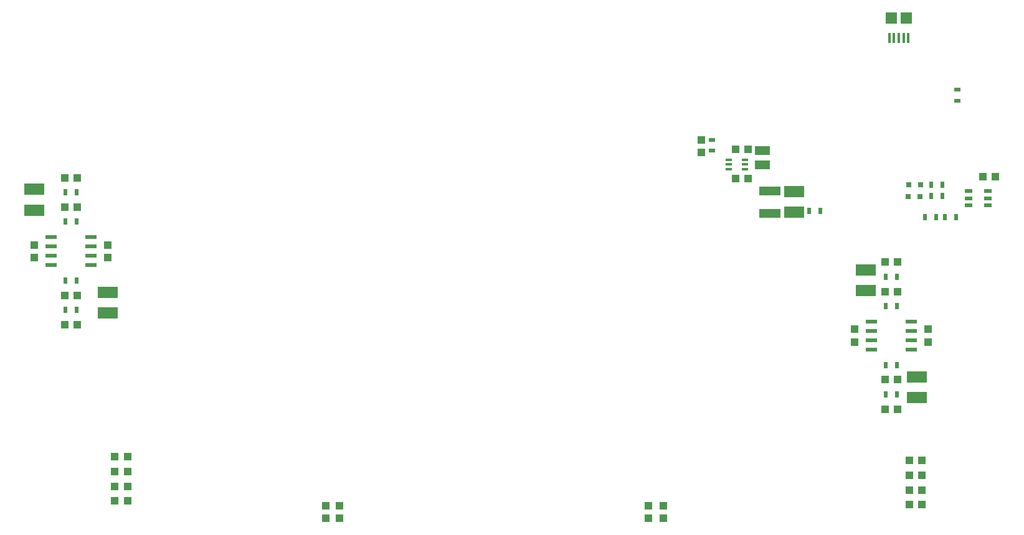
<source format=gtp>
G04 Layer_Color=8421504*
%FSLAX43Y43*%
%MOMM*%
G71*
G01*
G75*
%ADD10R,1.100X1.000*%
%ADD11R,1.000X1.100*%
%ADD12R,0.600X0.900*%
%ADD13R,2.000X1.200*%
%ADD14R,2.700X1.600*%
%ADD15R,0.900X0.600*%
%ADD16R,0.800X0.800*%
%ADD17R,3.000X1.200*%
%ADD18R,0.850X0.350*%
%ADD19R,1.550X0.600*%
%ADD20R,0.400X1.350*%
%ADD21R,1.500X1.550*%
%ADD22R,1.050X0.600*%
D10*
X122450Y38500D02*
D03*
X124150D02*
D03*
X122450Y36500D02*
D03*
X124150D02*
D03*
X122450Y34500D02*
D03*
X124150D02*
D03*
X122450Y32500D02*
D03*
X124150D02*
D03*
X16150Y33000D02*
D03*
X14450D02*
D03*
X16150Y35000D02*
D03*
X14450D02*
D03*
X16150Y37000D02*
D03*
X14450D02*
D03*
X16150Y39000D02*
D03*
X14450D02*
D03*
X9350Y57000D02*
D03*
X7650D02*
D03*
X9350Y61000D02*
D03*
X7650D02*
D03*
X7650Y73000D02*
D03*
X9350D02*
D03*
X7650Y77000D02*
D03*
X9350D02*
D03*
X134150Y77100D02*
D03*
X132450D02*
D03*
X98850Y80900D02*
D03*
X100550D02*
D03*
X98850Y76900D02*
D03*
X100550D02*
D03*
X119150Y65500D02*
D03*
X120850D02*
D03*
X119150Y61500D02*
D03*
X120850D02*
D03*
X120850Y45500D02*
D03*
X119150D02*
D03*
X120850Y49500D02*
D03*
X119150D02*
D03*
D11*
X125000Y54650D02*
D03*
Y56350D02*
D03*
X87000Y32350D02*
D03*
Y30650D02*
D03*
X89000Y32350D02*
D03*
Y30650D02*
D03*
X13500Y66150D02*
D03*
Y67850D02*
D03*
X43100Y32350D02*
D03*
Y30650D02*
D03*
X45000Y32350D02*
D03*
Y30650D02*
D03*
X115000Y54650D02*
D03*
Y56350D02*
D03*
X3500Y66150D02*
D03*
Y67850D02*
D03*
X94200Y82150D02*
D03*
Y80450D02*
D03*
D12*
X125450Y76000D02*
D03*
X126950D02*
D03*
Y74500D02*
D03*
X125450D02*
D03*
X9250Y59000D02*
D03*
X7750D02*
D03*
Y63000D02*
D03*
X9250D02*
D03*
Y71000D02*
D03*
X7750D02*
D03*
Y75000D02*
D03*
X9250D02*
D03*
X126050Y71600D02*
D03*
X124550D02*
D03*
X128800D02*
D03*
X127300D02*
D03*
X108850Y72500D02*
D03*
X110350D02*
D03*
X119250Y63500D02*
D03*
X120750D02*
D03*
Y59500D02*
D03*
X119250D02*
D03*
X120750Y47500D02*
D03*
X119250D02*
D03*
Y51500D02*
D03*
X120750D02*
D03*
D13*
X102500Y80700D02*
D03*
Y78700D02*
D03*
D14*
X13500Y58600D02*
D03*
Y61400D02*
D03*
X106800Y75100D02*
D03*
Y72300D02*
D03*
X123500Y47100D02*
D03*
Y49900D02*
D03*
X116500Y64400D02*
D03*
Y61600D02*
D03*
X3500Y75400D02*
D03*
Y72600D02*
D03*
D15*
X129000Y87500D02*
D03*
Y89000D02*
D03*
X95600Y80650D02*
D03*
Y82150D02*
D03*
D16*
X124000Y76000D02*
D03*
X122400D02*
D03*
X122300Y74400D02*
D03*
X123900D02*
D03*
D17*
X103500Y75224D02*
D03*
Y72176D02*
D03*
D18*
X100100Y79450D02*
D03*
Y78800D02*
D03*
Y78150D02*
D03*
X97900D02*
D03*
Y78800D02*
D03*
Y79450D02*
D03*
D19*
X5800Y65095D02*
D03*
Y66365D02*
D03*
Y67635D02*
D03*
Y68905D02*
D03*
X11200D02*
D03*
Y67635D02*
D03*
Y66365D02*
D03*
Y65095D02*
D03*
X117300Y53595D02*
D03*
Y54865D02*
D03*
Y56135D02*
D03*
Y57405D02*
D03*
X122700D02*
D03*
Y56135D02*
D03*
Y54865D02*
D03*
Y53595D02*
D03*
D20*
X122300Y96000D02*
D03*
X121650D02*
D03*
X121000D02*
D03*
X120350D02*
D03*
X119700D02*
D03*
D21*
X122000Y98700D02*
D03*
X120000D02*
D03*
D22*
X130450Y75150D02*
D03*
Y74200D02*
D03*
Y73250D02*
D03*
X133150Y74200D02*
D03*
Y73250D02*
D03*
Y75150D02*
D03*
M02*

</source>
